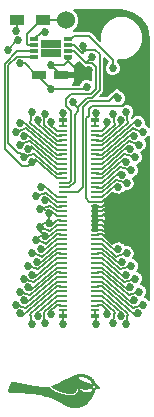
<source format=gbl>
G04 #@! TF.FileFunction,Copper,L2,Bot,Signal*
%FSLAX46Y46*%
G04 Gerber Fmt 4.6, Leading zero omitted, Abs format (unit mm)*
G04 Created by KiCad (PCBNEW (2015-11-03 BZR 6296)-product) date Tuesday, November 10, 2015 'PMt' 09:20:05 PM*
%MOMM*%
G01*
G04 APERTURE LIST*
%ADD10C,0.100000*%
%ADD11C,0.010000*%
%ADD12R,0.660000X0.230000*%
%ADD13R,0.660000X0.350000*%
%ADD14R,1.200000X0.750000*%
%ADD15R,0.750000X0.300000*%
%ADD16R,0.875000X0.725000*%
%ADD17R,1.200000X0.900000*%
%ADD18C,1.524000*%
%ADD19C,0.685800*%
%ADD20C,0.685801*%
%ADD21C,0.152400*%
G04 APERTURE END LIST*
D10*
D11*
G36*
X159720577Y-121195069D02*
X159688906Y-121195572D01*
X159661275Y-121196621D01*
X159636176Y-121198340D01*
X159612107Y-121200851D01*
X159587561Y-121204276D01*
X159561033Y-121208740D01*
X159539069Y-121212815D01*
X159480214Y-121225578D01*
X159419117Y-121241645D01*
X159358664Y-121260182D01*
X159301740Y-121280354D01*
X159290361Y-121284777D01*
X159247183Y-121301970D01*
X159204808Y-121319108D01*
X159162850Y-121336370D01*
X159120920Y-121353937D01*
X159078631Y-121371989D01*
X159035596Y-121390707D01*
X158991427Y-121410271D01*
X158945735Y-121430862D01*
X158898134Y-121452659D01*
X158848236Y-121475844D01*
X158795653Y-121500597D01*
X158739997Y-121527099D01*
X158680882Y-121555528D01*
X158617918Y-121586067D01*
X158550720Y-121618896D01*
X158478898Y-121654194D01*
X158402065Y-121692143D01*
X158319834Y-121732923D01*
X158231817Y-121776714D01*
X158209097Y-121788037D01*
X158130817Y-121826981D01*
X158058298Y-121862880D01*
X157991051Y-121895961D01*
X157928585Y-121926448D01*
X157870411Y-121954567D01*
X157816038Y-121980545D01*
X157764976Y-122004606D01*
X157716735Y-122026978D01*
X157670825Y-122047885D01*
X157626756Y-122067553D01*
X157584038Y-122086208D01*
X157542181Y-122104076D01*
X157500694Y-122121382D01*
X157459088Y-122138353D01*
X157416872Y-122155213D01*
X157383597Y-122168281D01*
X157360074Y-122177518D01*
X157338681Y-122186037D01*
X157320312Y-122193473D01*
X157305857Y-122199460D01*
X157296209Y-122203635D01*
X157292268Y-122205624D01*
X157292801Y-122209719D01*
X157298013Y-122217737D01*
X157307261Y-122228968D01*
X157319900Y-122242704D01*
X157335288Y-122258236D01*
X157352781Y-122274855D01*
X157365822Y-122286657D01*
X157433801Y-122342758D01*
X157508236Y-122396253D01*
X157589006Y-122447086D01*
X157675989Y-122495200D01*
X157769062Y-122540538D01*
X157868103Y-122583043D01*
X157972991Y-122622658D01*
X158083602Y-122659327D01*
X158199815Y-122692992D01*
X158286708Y-122715296D01*
X158387303Y-122738538D01*
X158482291Y-122757867D01*
X158571919Y-122773303D01*
X158656439Y-122784868D01*
X158736099Y-122792580D01*
X158811149Y-122796462D01*
X158881837Y-122796535D01*
X158948413Y-122792818D01*
X159011126Y-122785332D01*
X159048918Y-122778660D01*
X159109550Y-122763748D01*
X159164906Y-122744367D01*
X159214914Y-122720590D01*
X159259501Y-122692491D01*
X159298596Y-122660142D01*
X159332127Y-122623617D01*
X159360021Y-122582988D01*
X159382205Y-122538329D01*
X159398608Y-122489713D01*
X159409158Y-122437214D01*
X159412097Y-122410940D01*
X159412915Y-122399833D01*
X159413851Y-122391698D01*
X159415889Y-122385994D01*
X159420009Y-122382178D01*
X159427194Y-122379710D01*
X159438425Y-122378046D01*
X159454685Y-122376646D01*
X159476955Y-122374967D01*
X159477333Y-122374937D01*
X159504885Y-122372710D01*
X159526056Y-122370816D01*
X159541509Y-122369166D01*
X159551906Y-122367673D01*
X159557910Y-122366249D01*
X159560183Y-122364807D01*
X159560082Y-122363974D01*
X159562027Y-122362665D01*
X159568861Y-122362440D01*
X159578532Y-122363114D01*
X159588990Y-122364497D01*
X159598183Y-122366403D01*
X159602569Y-122367859D01*
X159608077Y-122369376D01*
X159619384Y-122371836D01*
X159635331Y-122375008D01*
X159654759Y-122378665D01*
X159676511Y-122382578D01*
X159681944Y-122383529D01*
X159763430Y-122397036D01*
X159840846Y-122408409D01*
X159916734Y-122417987D01*
X159993633Y-122426109D01*
X160017083Y-122428294D01*
X160039513Y-122429888D01*
X160066719Y-122431121D01*
X160097348Y-122431993D01*
X160130049Y-122432504D01*
X160163471Y-122432652D01*
X160196262Y-122432438D01*
X160227070Y-122431861D01*
X160254545Y-122430920D01*
X160277334Y-122429615D01*
X160290486Y-122428402D01*
X160363314Y-122418747D01*
X160434171Y-122406860D01*
X160504932Y-122392349D01*
X160577473Y-122374822D01*
X160653669Y-122353890D01*
X160669143Y-122349368D01*
X160691757Y-122342575D01*
X160708423Y-122337222D01*
X160720018Y-122332959D01*
X160727422Y-122329438D01*
X160731510Y-122326309D01*
X160732943Y-122323968D01*
X160733909Y-122318855D01*
X160735491Y-122307561D01*
X160737590Y-122290925D01*
X160740105Y-122269783D01*
X160742937Y-122244975D01*
X160745987Y-122217338D01*
X160749082Y-122188392D01*
X160752679Y-122154399D01*
X160755565Y-122126757D01*
X160757688Y-122104791D01*
X160758999Y-122087830D01*
X160759447Y-122075198D01*
X160758982Y-122066223D01*
X160757553Y-122060230D01*
X160755110Y-122056547D01*
X160751603Y-122054499D01*
X160746982Y-122053413D01*
X160741195Y-122052615D01*
X160738909Y-122052283D01*
X160727663Y-122050254D01*
X160710611Y-122046797D01*
X160688807Y-122042151D01*
X160663300Y-122036555D01*
X160635142Y-122030249D01*
X160605385Y-122023471D01*
X160575079Y-122016461D01*
X160545275Y-122009457D01*
X160517025Y-122002700D01*
X160491380Y-121996427D01*
X160472167Y-121991593D01*
X160369538Y-121964234D01*
X160273547Y-121936397D01*
X160183787Y-121907945D01*
X160099847Y-121878742D01*
X160021320Y-121848650D01*
X159947797Y-121817534D01*
X159935944Y-121812213D01*
X159865270Y-121777760D01*
X159793300Y-121738022D01*
X159721754Y-121694092D01*
X159652352Y-121647066D01*
X159586810Y-121598037D01*
X159542597Y-121561786D01*
X159524935Y-121546423D01*
X159506602Y-121530012D01*
X159488316Y-121513244D01*
X159470794Y-121496810D01*
X159454751Y-121481401D01*
X159440905Y-121467709D01*
X159429973Y-121456424D01*
X159422671Y-121448238D01*
X159419717Y-121443841D01*
X159419781Y-121443368D01*
X159425886Y-121440119D01*
X159437863Y-121435797D01*
X159454653Y-121430663D01*
X159475199Y-121424980D01*
X159498444Y-121419011D01*
X159523330Y-121413019D01*
X159548801Y-121407265D01*
X159573799Y-121402013D01*
X159597268Y-121397526D01*
X159618148Y-121394065D01*
X159618444Y-121394021D01*
X159673487Y-121387477D01*
X159727821Y-121384423D01*
X159782961Y-121384893D01*
X159840419Y-121388923D01*
X159901711Y-121396548D01*
X159931539Y-121401261D01*
X160024796Y-121419850D01*
X160114229Y-121443707D01*
X160199623Y-121472725D01*
X160280766Y-121506797D01*
X160357443Y-121545818D01*
X160429442Y-121589681D01*
X160496549Y-121638280D01*
X160558551Y-121691509D01*
X160602051Y-121734915D01*
X160644426Y-121783556D01*
X160682464Y-121834333D01*
X160715507Y-121886230D01*
X160742895Y-121938230D01*
X160760344Y-121979355D01*
X160765320Y-121991769D01*
X160769944Y-122001937D01*
X160773211Y-122007652D01*
X160776468Y-122010958D01*
X160784369Y-122018670D01*
X160796439Y-122030334D01*
X160812207Y-122045496D01*
X160831199Y-122063704D01*
X160852943Y-122084504D01*
X160876966Y-122107442D01*
X160902795Y-122132065D01*
X160921958Y-122150309D01*
X160948659Y-122175737D01*
X160973792Y-122199712D01*
X160996896Y-122221794D01*
X161017514Y-122241540D01*
X161035187Y-122258513D01*
X161049455Y-122272270D01*
X161059861Y-122282371D01*
X161065945Y-122288376D01*
X161067393Y-122289922D01*
X161064428Y-122291699D01*
X161055616Y-122296052D01*
X161041564Y-122302701D01*
X161022877Y-122311368D01*
X161000164Y-122321773D01*
X160974028Y-122333637D01*
X160945077Y-122346683D01*
X160913917Y-122360630D01*
X160906532Y-122363923D01*
X160744874Y-122435942D01*
X160728019Y-122496214D01*
X160719906Y-122524199D01*
X160710059Y-122556534D01*
X160699084Y-122591347D01*
X160687589Y-122626762D01*
X160676183Y-122660907D01*
X160665473Y-122691907D01*
X160656489Y-122716757D01*
X160651041Y-122730443D01*
X160646521Y-122738917D01*
X160641864Y-122743733D01*
X160636170Y-122746392D01*
X160628868Y-122747558D01*
X160615547Y-122748496D01*
X160597240Y-122749209D01*
X160574980Y-122749697D01*
X160549799Y-122749965D01*
X160522731Y-122750013D01*
X160494808Y-122749845D01*
X160467063Y-122749461D01*
X160440528Y-122748866D01*
X160416237Y-122748060D01*
X160395223Y-122747046D01*
X160378681Y-122745841D01*
X160215739Y-122728212D01*
X160115861Y-122714838D01*
X160073141Y-122708400D01*
X160036322Y-122702100D01*
X160004266Y-122695624D01*
X159975833Y-122688661D01*
X159949884Y-122680899D01*
X159925279Y-122672025D01*
X159900878Y-122661727D01*
X159875543Y-122649694D01*
X159872444Y-122648147D01*
X159816885Y-122616813D01*
X159762336Y-122579211D01*
X159709767Y-122536128D01*
X159660148Y-122488353D01*
X159619686Y-122443042D01*
X159601653Y-122421319D01*
X159599252Y-122446569D01*
X159592225Y-122493991D01*
X159580319Y-122543168D01*
X159564198Y-122592224D01*
X159544523Y-122639282D01*
X159521958Y-122682463D01*
X159508281Y-122704289D01*
X159470660Y-122754006D01*
X159427859Y-122799003D01*
X159379963Y-122839251D01*
X159327063Y-122874723D01*
X159269243Y-122905389D01*
X159206594Y-122931223D01*
X159139201Y-122952197D01*
X159067152Y-122968282D01*
X158990535Y-122979451D01*
X158909438Y-122985676D01*
X158823947Y-122986929D01*
X158734152Y-122983182D01*
X158655361Y-122976139D01*
X158582218Y-122966822D01*
X158504125Y-122954509D01*
X158422379Y-122939481D01*
X158338276Y-122922024D01*
X158253113Y-122902418D01*
X158168187Y-122880949D01*
X158084795Y-122857899D01*
X158008014Y-122834745D01*
X157910540Y-122802112D01*
X157816214Y-122766670D01*
X157725387Y-122728629D01*
X157638408Y-122688203D01*
X157555628Y-122645600D01*
X157477396Y-122601034D01*
X157404063Y-122554714D01*
X157335979Y-122506853D01*
X157273494Y-122457661D01*
X157216959Y-122407350D01*
X157166722Y-122356131D01*
X157123135Y-122304215D01*
X157118484Y-122298103D01*
X157108868Y-122285676D01*
X157102108Y-122278104D01*
X157097071Y-122274422D01*
X157092623Y-122273664D01*
X157090274Y-122274079D01*
X157070837Y-122278388D01*
X157045760Y-122283070D01*
X157016432Y-122287922D01*
X156984243Y-122292737D01*
X156950585Y-122297313D01*
X156916848Y-122301443D01*
X156884422Y-122304923D01*
X156873833Y-122305932D01*
X156842095Y-122308462D01*
X156810112Y-122310184D01*
X156777209Y-122311067D01*
X156742710Y-122311080D01*
X156705940Y-122310194D01*
X156666225Y-122308377D01*
X156622887Y-122305599D01*
X156575254Y-122301829D01*
X156522648Y-122297037D01*
X156464395Y-122291192D01*
X156402875Y-122284600D01*
X156313835Y-122274237D01*
X156218361Y-122262018D01*
X156116807Y-122248007D01*
X156009531Y-122232269D01*
X155896885Y-122214868D01*
X155779226Y-122195867D01*
X155656909Y-122175332D01*
X155530288Y-122153326D01*
X155399720Y-122129914D01*
X155265559Y-122105160D01*
X155128160Y-122079128D01*
X154987879Y-122051882D01*
X154845070Y-122023486D01*
X154700089Y-121994006D01*
X154553291Y-121963505D01*
X154405031Y-121932046D01*
X154255665Y-121899696D01*
X154168028Y-121880408D01*
X154123534Y-121870554D01*
X154085316Y-121862267D01*
X154052742Y-121855680D01*
X154025177Y-121850928D01*
X154001989Y-121848146D01*
X153982545Y-121847468D01*
X153966212Y-121849028D01*
X153952358Y-121852962D01*
X153940348Y-121859404D01*
X153929551Y-121868488D01*
X153919333Y-121880348D01*
X153909062Y-121895120D01*
X153898104Y-121912938D01*
X153885826Y-121933936D01*
X153881547Y-121941295D01*
X153844278Y-122007072D01*
X153809346Y-122072322D01*
X153777145Y-122136214D01*
X153748071Y-122197915D01*
X153722519Y-122256594D01*
X153700883Y-122311419D01*
X153687018Y-122350859D01*
X153671558Y-122403272D01*
X153660842Y-122452184D01*
X153654842Y-122497367D01*
X153653531Y-122538594D01*
X153656881Y-122575635D01*
X153664866Y-122608262D01*
X153677457Y-122636247D01*
X153694628Y-122659362D01*
X153716351Y-122677378D01*
X153726876Y-122683395D01*
X153737009Y-122688154D01*
X153748059Y-122692524D01*
X153760385Y-122696533D01*
X153774343Y-122700209D01*
X153790291Y-122703581D01*
X153808587Y-122706677D01*
X153829586Y-122709524D01*
X153853648Y-122712152D01*
X153881128Y-122714587D01*
X153912385Y-122716859D01*
X153947775Y-122718995D01*
X153987657Y-122721023D01*
X154032387Y-122722973D01*
X154082323Y-122724871D01*
X154137822Y-122726746D01*
X154199241Y-122728626D01*
X154266938Y-122730540D01*
X154341269Y-122732515D01*
X154355000Y-122732869D01*
X154477077Y-122736207D01*
X154592656Y-122739786D01*
X154702293Y-122743639D01*
X154806544Y-122747794D01*
X154905963Y-122752284D01*
X155001105Y-122757138D01*
X155092526Y-122762388D01*
X155180781Y-122768064D01*
X155266426Y-122774196D01*
X155350015Y-122780816D01*
X155432103Y-122787954D01*
X155513246Y-122795640D01*
X155540333Y-122798345D01*
X155669033Y-122812177D01*
X155793498Y-122827273D01*
X155914477Y-122843805D01*
X156032719Y-122861941D01*
X156148972Y-122881851D01*
X156263984Y-122903705D01*
X156378504Y-122927671D01*
X156493279Y-122953920D01*
X156609059Y-122982620D01*
X156726592Y-123013942D01*
X156846627Y-123048054D01*
X156969910Y-123085127D01*
X157097192Y-123125329D01*
X157229220Y-123168830D01*
X157334208Y-123204551D01*
X157384068Y-123222059D01*
X157431600Y-123239485D01*
X157477473Y-123257150D01*
X157522357Y-123275374D01*
X157566920Y-123294476D01*
X157611833Y-123314779D01*
X157657765Y-123336601D01*
X157705385Y-123360263D01*
X157755363Y-123386085D01*
X157808367Y-123414388D01*
X157865068Y-123445492D01*
X157926135Y-123479717D01*
X157992237Y-123517384D01*
X158013306Y-123529493D01*
X158071927Y-123563223D01*
X158124898Y-123593651D01*
X158172666Y-123621025D01*
X158215679Y-123645591D01*
X158254384Y-123667596D01*
X158289229Y-123687287D01*
X158320662Y-123704910D01*
X158349130Y-123720714D01*
X158375081Y-123734944D01*
X158398963Y-123747848D01*
X158421223Y-123759672D01*
X158442308Y-123770664D01*
X158462668Y-123781070D01*
X158482748Y-123791138D01*
X158502997Y-123801113D01*
X158523862Y-123811244D01*
X158525694Y-123812128D01*
X158593133Y-123843565D01*
X158656750Y-123870819D01*
X158717918Y-123894282D01*
X158778008Y-123914345D01*
X158838391Y-123931402D01*
X158900440Y-123945844D01*
X158965526Y-123958064D01*
X159035022Y-123968454D01*
X159099861Y-123976279D01*
X159140848Y-123980039D01*
X159186794Y-123982999D01*
X159235642Y-123985105D01*
X159285337Y-123986301D01*
X159333821Y-123986532D01*
X159379038Y-123985744D01*
X159408542Y-123984508D01*
X159488088Y-123977865D01*
X159568544Y-123966743D01*
X159648722Y-123951443D01*
X159727433Y-123932263D01*
X159803489Y-123909501D01*
X159875702Y-123883456D01*
X159942884Y-123854427D01*
X159960992Y-123845625D01*
X160041972Y-123801372D01*
X160121194Y-123750408D01*
X160198518Y-123692893D01*
X160273805Y-123628983D01*
X160346914Y-123558836D01*
X160417705Y-123482610D01*
X160486040Y-123400463D01*
X160551777Y-123312552D01*
X160614778Y-123219036D01*
X160674903Y-123120070D01*
X160732011Y-123015814D01*
X160777103Y-122925201D01*
X160795441Y-122885287D01*
X160813063Y-122843922D01*
X160830474Y-122799814D01*
X160848181Y-122751672D01*
X160866690Y-122698204D01*
X160871035Y-122685250D01*
X160878704Y-122661804D01*
X160886807Y-122636214D01*
X160894992Y-122609673D01*
X160902907Y-122583373D01*
X160910199Y-122558508D01*
X160916515Y-122536269D01*
X160921504Y-122517848D01*
X160924813Y-122504440D01*
X160925622Y-122500558D01*
X160927791Y-122488996D01*
X161132405Y-122406428D01*
X161168385Y-122391883D01*
X161202393Y-122378085D01*
X161233868Y-122365266D01*
X161262252Y-122353654D01*
X161286986Y-122343480D01*
X161307510Y-122334974D01*
X161323266Y-122328367D01*
X161333693Y-122323889D01*
X161338232Y-122321769D01*
X161338381Y-122321656D01*
X161336040Y-122319006D01*
X161328838Y-122312050D01*
X161317188Y-122301163D01*
X161301505Y-122286724D01*
X161282203Y-122269108D01*
X161259696Y-122248694D01*
X161234399Y-122225859D01*
X161206726Y-122200979D01*
X161177091Y-122174432D01*
X161151714Y-122151769D01*
X161115698Y-122119640D01*
X161084584Y-122091846D01*
X161058002Y-122068033D01*
X161035585Y-122047848D01*
X161016962Y-122030935D01*
X161001765Y-122016942D01*
X160989624Y-122005513D01*
X160980170Y-121996294D01*
X160973035Y-121988931D01*
X160967848Y-121983071D01*
X160964241Y-121978358D01*
X160961844Y-121974439D01*
X160960288Y-121970959D01*
X160959205Y-121967565D01*
X160959021Y-121966897D01*
X160952612Y-121946348D01*
X160943510Y-121921398D01*
X160932440Y-121893816D01*
X160920126Y-121865375D01*
X160907295Y-121837843D01*
X160900700Y-121824554D01*
X160868251Y-121766345D01*
X160831023Y-121710220D01*
X160788334Y-121655249D01*
X160739501Y-121600502D01*
X160726358Y-121586849D01*
X160670849Y-121533310D01*
X160613569Y-121484827D01*
X160553315Y-121440531D01*
X160488883Y-121399557D01*
X160419069Y-121361037D01*
X160398083Y-121350420D01*
X160330029Y-121318548D01*
X160262015Y-121290713D01*
X160192813Y-121266541D01*
X160121193Y-121245659D01*
X160045928Y-121227692D01*
X159965788Y-121212268D01*
X159919320Y-121204752D01*
X159899484Y-121201832D01*
X159882156Y-121199566D01*
X159865939Y-121197870D01*
X159849438Y-121196659D01*
X159831258Y-121195848D01*
X159810002Y-121195355D01*
X159784276Y-121195094D01*
X159757792Y-121194991D01*
X159720577Y-121195069D01*
X159720577Y-121195069D01*
G37*
X159720577Y-121195069D02*
X159688906Y-121195572D01*
X159661275Y-121196621D01*
X159636176Y-121198340D01*
X159612107Y-121200851D01*
X159587561Y-121204276D01*
X159561033Y-121208740D01*
X159539069Y-121212815D01*
X159480214Y-121225578D01*
X159419117Y-121241645D01*
X159358664Y-121260182D01*
X159301740Y-121280354D01*
X159290361Y-121284777D01*
X159247183Y-121301970D01*
X159204808Y-121319108D01*
X159162850Y-121336370D01*
X159120920Y-121353937D01*
X159078631Y-121371989D01*
X159035596Y-121390707D01*
X158991427Y-121410271D01*
X158945735Y-121430862D01*
X158898134Y-121452659D01*
X158848236Y-121475844D01*
X158795653Y-121500597D01*
X158739997Y-121527099D01*
X158680882Y-121555528D01*
X158617918Y-121586067D01*
X158550720Y-121618896D01*
X158478898Y-121654194D01*
X158402065Y-121692143D01*
X158319834Y-121732923D01*
X158231817Y-121776714D01*
X158209097Y-121788037D01*
X158130817Y-121826981D01*
X158058298Y-121862880D01*
X157991051Y-121895961D01*
X157928585Y-121926448D01*
X157870411Y-121954567D01*
X157816038Y-121980545D01*
X157764976Y-122004606D01*
X157716735Y-122026978D01*
X157670825Y-122047885D01*
X157626756Y-122067553D01*
X157584038Y-122086208D01*
X157542181Y-122104076D01*
X157500694Y-122121382D01*
X157459088Y-122138353D01*
X157416872Y-122155213D01*
X157383597Y-122168281D01*
X157360074Y-122177518D01*
X157338681Y-122186037D01*
X157320312Y-122193473D01*
X157305857Y-122199460D01*
X157296209Y-122203635D01*
X157292268Y-122205624D01*
X157292801Y-122209719D01*
X157298013Y-122217737D01*
X157307261Y-122228968D01*
X157319900Y-122242704D01*
X157335288Y-122258236D01*
X157352781Y-122274855D01*
X157365822Y-122286657D01*
X157433801Y-122342758D01*
X157508236Y-122396253D01*
X157589006Y-122447086D01*
X157675989Y-122495200D01*
X157769062Y-122540538D01*
X157868103Y-122583043D01*
X157972991Y-122622658D01*
X158083602Y-122659327D01*
X158199815Y-122692992D01*
X158286708Y-122715296D01*
X158387303Y-122738538D01*
X158482291Y-122757867D01*
X158571919Y-122773303D01*
X158656439Y-122784868D01*
X158736099Y-122792580D01*
X158811149Y-122796462D01*
X158881837Y-122796535D01*
X158948413Y-122792818D01*
X159011126Y-122785332D01*
X159048918Y-122778660D01*
X159109550Y-122763748D01*
X159164906Y-122744367D01*
X159214914Y-122720590D01*
X159259501Y-122692491D01*
X159298596Y-122660142D01*
X159332127Y-122623617D01*
X159360021Y-122582988D01*
X159382205Y-122538329D01*
X159398608Y-122489713D01*
X159409158Y-122437214D01*
X159412097Y-122410940D01*
X159412915Y-122399833D01*
X159413851Y-122391698D01*
X159415889Y-122385994D01*
X159420009Y-122382178D01*
X159427194Y-122379710D01*
X159438425Y-122378046D01*
X159454685Y-122376646D01*
X159476955Y-122374967D01*
X159477333Y-122374937D01*
X159504885Y-122372710D01*
X159526056Y-122370816D01*
X159541509Y-122369166D01*
X159551906Y-122367673D01*
X159557910Y-122366249D01*
X159560183Y-122364807D01*
X159560082Y-122363974D01*
X159562027Y-122362665D01*
X159568861Y-122362440D01*
X159578532Y-122363114D01*
X159588990Y-122364497D01*
X159598183Y-122366403D01*
X159602569Y-122367859D01*
X159608077Y-122369376D01*
X159619384Y-122371836D01*
X159635331Y-122375008D01*
X159654759Y-122378665D01*
X159676511Y-122382578D01*
X159681944Y-122383529D01*
X159763430Y-122397036D01*
X159840846Y-122408409D01*
X159916734Y-122417987D01*
X159993633Y-122426109D01*
X160017083Y-122428294D01*
X160039513Y-122429888D01*
X160066719Y-122431121D01*
X160097348Y-122431993D01*
X160130049Y-122432504D01*
X160163471Y-122432652D01*
X160196262Y-122432438D01*
X160227070Y-122431861D01*
X160254545Y-122430920D01*
X160277334Y-122429615D01*
X160290486Y-122428402D01*
X160363314Y-122418747D01*
X160434171Y-122406860D01*
X160504932Y-122392349D01*
X160577473Y-122374822D01*
X160653669Y-122353890D01*
X160669143Y-122349368D01*
X160691757Y-122342575D01*
X160708423Y-122337222D01*
X160720018Y-122332959D01*
X160727422Y-122329438D01*
X160731510Y-122326309D01*
X160732943Y-122323968D01*
X160733909Y-122318855D01*
X160735491Y-122307561D01*
X160737590Y-122290925D01*
X160740105Y-122269783D01*
X160742937Y-122244975D01*
X160745987Y-122217338D01*
X160749082Y-122188392D01*
X160752679Y-122154399D01*
X160755565Y-122126757D01*
X160757688Y-122104791D01*
X160758999Y-122087830D01*
X160759447Y-122075198D01*
X160758982Y-122066223D01*
X160757553Y-122060230D01*
X160755110Y-122056547D01*
X160751603Y-122054499D01*
X160746982Y-122053413D01*
X160741195Y-122052615D01*
X160738909Y-122052283D01*
X160727663Y-122050254D01*
X160710611Y-122046797D01*
X160688807Y-122042151D01*
X160663300Y-122036555D01*
X160635142Y-122030249D01*
X160605385Y-122023471D01*
X160575079Y-122016461D01*
X160545275Y-122009457D01*
X160517025Y-122002700D01*
X160491380Y-121996427D01*
X160472167Y-121991593D01*
X160369538Y-121964234D01*
X160273547Y-121936397D01*
X160183787Y-121907945D01*
X160099847Y-121878742D01*
X160021320Y-121848650D01*
X159947797Y-121817534D01*
X159935944Y-121812213D01*
X159865270Y-121777760D01*
X159793300Y-121738022D01*
X159721754Y-121694092D01*
X159652352Y-121647066D01*
X159586810Y-121598037D01*
X159542597Y-121561786D01*
X159524935Y-121546423D01*
X159506602Y-121530012D01*
X159488316Y-121513244D01*
X159470794Y-121496810D01*
X159454751Y-121481401D01*
X159440905Y-121467709D01*
X159429973Y-121456424D01*
X159422671Y-121448238D01*
X159419717Y-121443841D01*
X159419781Y-121443368D01*
X159425886Y-121440119D01*
X159437863Y-121435797D01*
X159454653Y-121430663D01*
X159475199Y-121424980D01*
X159498444Y-121419011D01*
X159523330Y-121413019D01*
X159548801Y-121407265D01*
X159573799Y-121402013D01*
X159597268Y-121397526D01*
X159618148Y-121394065D01*
X159618444Y-121394021D01*
X159673487Y-121387477D01*
X159727821Y-121384423D01*
X159782961Y-121384893D01*
X159840419Y-121388923D01*
X159901711Y-121396548D01*
X159931539Y-121401261D01*
X160024796Y-121419850D01*
X160114229Y-121443707D01*
X160199623Y-121472725D01*
X160280766Y-121506797D01*
X160357443Y-121545818D01*
X160429442Y-121589681D01*
X160496549Y-121638280D01*
X160558551Y-121691509D01*
X160602051Y-121734915D01*
X160644426Y-121783556D01*
X160682464Y-121834333D01*
X160715507Y-121886230D01*
X160742895Y-121938230D01*
X160760344Y-121979355D01*
X160765320Y-121991769D01*
X160769944Y-122001937D01*
X160773211Y-122007652D01*
X160776468Y-122010958D01*
X160784369Y-122018670D01*
X160796439Y-122030334D01*
X160812207Y-122045496D01*
X160831199Y-122063704D01*
X160852943Y-122084504D01*
X160876966Y-122107442D01*
X160902795Y-122132065D01*
X160921958Y-122150309D01*
X160948659Y-122175737D01*
X160973792Y-122199712D01*
X160996896Y-122221794D01*
X161017514Y-122241540D01*
X161035187Y-122258513D01*
X161049455Y-122272270D01*
X161059861Y-122282371D01*
X161065945Y-122288376D01*
X161067393Y-122289922D01*
X161064428Y-122291699D01*
X161055616Y-122296052D01*
X161041564Y-122302701D01*
X161022877Y-122311368D01*
X161000164Y-122321773D01*
X160974028Y-122333637D01*
X160945077Y-122346683D01*
X160913917Y-122360630D01*
X160906532Y-122363923D01*
X160744874Y-122435942D01*
X160728019Y-122496214D01*
X160719906Y-122524199D01*
X160710059Y-122556534D01*
X160699084Y-122591347D01*
X160687589Y-122626762D01*
X160676183Y-122660907D01*
X160665473Y-122691907D01*
X160656489Y-122716757D01*
X160651041Y-122730443D01*
X160646521Y-122738917D01*
X160641864Y-122743733D01*
X160636170Y-122746392D01*
X160628868Y-122747558D01*
X160615547Y-122748496D01*
X160597240Y-122749209D01*
X160574980Y-122749697D01*
X160549799Y-122749965D01*
X160522731Y-122750013D01*
X160494808Y-122749845D01*
X160467063Y-122749461D01*
X160440528Y-122748866D01*
X160416237Y-122748060D01*
X160395223Y-122747046D01*
X160378681Y-122745841D01*
X160215739Y-122728212D01*
X160115861Y-122714838D01*
X160073141Y-122708400D01*
X160036322Y-122702100D01*
X160004266Y-122695624D01*
X159975833Y-122688661D01*
X159949884Y-122680899D01*
X159925279Y-122672025D01*
X159900878Y-122661727D01*
X159875543Y-122649694D01*
X159872444Y-122648147D01*
X159816885Y-122616813D01*
X159762336Y-122579211D01*
X159709767Y-122536128D01*
X159660148Y-122488353D01*
X159619686Y-122443042D01*
X159601653Y-122421319D01*
X159599252Y-122446569D01*
X159592225Y-122493991D01*
X159580319Y-122543168D01*
X159564198Y-122592224D01*
X159544523Y-122639282D01*
X159521958Y-122682463D01*
X159508281Y-122704289D01*
X159470660Y-122754006D01*
X159427859Y-122799003D01*
X159379963Y-122839251D01*
X159327063Y-122874723D01*
X159269243Y-122905389D01*
X159206594Y-122931223D01*
X159139201Y-122952197D01*
X159067152Y-122968282D01*
X158990535Y-122979451D01*
X158909438Y-122985676D01*
X158823947Y-122986929D01*
X158734152Y-122983182D01*
X158655361Y-122976139D01*
X158582218Y-122966822D01*
X158504125Y-122954509D01*
X158422379Y-122939481D01*
X158338276Y-122922024D01*
X158253113Y-122902418D01*
X158168187Y-122880949D01*
X158084795Y-122857899D01*
X158008014Y-122834745D01*
X157910540Y-122802112D01*
X157816214Y-122766670D01*
X157725387Y-122728629D01*
X157638408Y-122688203D01*
X157555628Y-122645600D01*
X157477396Y-122601034D01*
X157404063Y-122554714D01*
X157335979Y-122506853D01*
X157273494Y-122457661D01*
X157216959Y-122407350D01*
X157166722Y-122356131D01*
X157123135Y-122304215D01*
X157118484Y-122298103D01*
X157108868Y-122285676D01*
X157102108Y-122278104D01*
X157097071Y-122274422D01*
X157092623Y-122273664D01*
X157090274Y-122274079D01*
X157070837Y-122278388D01*
X157045760Y-122283070D01*
X157016432Y-122287922D01*
X156984243Y-122292737D01*
X156950585Y-122297313D01*
X156916848Y-122301443D01*
X156884422Y-122304923D01*
X156873833Y-122305932D01*
X156842095Y-122308462D01*
X156810112Y-122310184D01*
X156777209Y-122311067D01*
X156742710Y-122311080D01*
X156705940Y-122310194D01*
X156666225Y-122308377D01*
X156622887Y-122305599D01*
X156575254Y-122301829D01*
X156522648Y-122297037D01*
X156464395Y-122291192D01*
X156402875Y-122284600D01*
X156313835Y-122274237D01*
X156218361Y-122262018D01*
X156116807Y-122248007D01*
X156009531Y-122232269D01*
X155896885Y-122214868D01*
X155779226Y-122195867D01*
X155656909Y-122175332D01*
X155530288Y-122153326D01*
X155399720Y-122129914D01*
X155265559Y-122105160D01*
X155128160Y-122079128D01*
X154987879Y-122051882D01*
X154845070Y-122023486D01*
X154700089Y-121994006D01*
X154553291Y-121963505D01*
X154405031Y-121932046D01*
X154255665Y-121899696D01*
X154168028Y-121880408D01*
X154123534Y-121870554D01*
X154085316Y-121862267D01*
X154052742Y-121855680D01*
X154025177Y-121850928D01*
X154001989Y-121848146D01*
X153982545Y-121847468D01*
X153966212Y-121849028D01*
X153952358Y-121852962D01*
X153940348Y-121859404D01*
X153929551Y-121868488D01*
X153919333Y-121880348D01*
X153909062Y-121895120D01*
X153898104Y-121912938D01*
X153885826Y-121933936D01*
X153881547Y-121941295D01*
X153844278Y-122007072D01*
X153809346Y-122072322D01*
X153777145Y-122136214D01*
X153748071Y-122197915D01*
X153722519Y-122256594D01*
X153700883Y-122311419D01*
X153687018Y-122350859D01*
X153671558Y-122403272D01*
X153660842Y-122452184D01*
X153654842Y-122497367D01*
X153653531Y-122538594D01*
X153656881Y-122575635D01*
X153664866Y-122608262D01*
X153677457Y-122636247D01*
X153694628Y-122659362D01*
X153716351Y-122677378D01*
X153726876Y-122683395D01*
X153737009Y-122688154D01*
X153748059Y-122692524D01*
X153760385Y-122696533D01*
X153774343Y-122700209D01*
X153790291Y-122703581D01*
X153808587Y-122706677D01*
X153829586Y-122709524D01*
X153853648Y-122712152D01*
X153881128Y-122714587D01*
X153912385Y-122716859D01*
X153947775Y-122718995D01*
X153987657Y-122721023D01*
X154032387Y-122722973D01*
X154082323Y-122724871D01*
X154137822Y-122726746D01*
X154199241Y-122728626D01*
X154266938Y-122730540D01*
X154341269Y-122732515D01*
X154355000Y-122732869D01*
X154477077Y-122736207D01*
X154592656Y-122739786D01*
X154702293Y-122743639D01*
X154806544Y-122747794D01*
X154905963Y-122752284D01*
X155001105Y-122757138D01*
X155092526Y-122762388D01*
X155180781Y-122768064D01*
X155266426Y-122774196D01*
X155350015Y-122780816D01*
X155432103Y-122787954D01*
X155513246Y-122795640D01*
X155540333Y-122798345D01*
X155669033Y-122812177D01*
X155793498Y-122827273D01*
X155914477Y-122843805D01*
X156032719Y-122861941D01*
X156148972Y-122881851D01*
X156263984Y-122903705D01*
X156378504Y-122927671D01*
X156493279Y-122953920D01*
X156609059Y-122982620D01*
X156726592Y-123013942D01*
X156846627Y-123048054D01*
X156969910Y-123085127D01*
X157097192Y-123125329D01*
X157229220Y-123168830D01*
X157334208Y-123204551D01*
X157384068Y-123222059D01*
X157431600Y-123239485D01*
X157477473Y-123257150D01*
X157522357Y-123275374D01*
X157566920Y-123294476D01*
X157611833Y-123314779D01*
X157657765Y-123336601D01*
X157705385Y-123360263D01*
X157755363Y-123386085D01*
X157808367Y-123414388D01*
X157865068Y-123445492D01*
X157926135Y-123479717D01*
X157992237Y-123517384D01*
X158013306Y-123529493D01*
X158071927Y-123563223D01*
X158124898Y-123593651D01*
X158172666Y-123621025D01*
X158215679Y-123645591D01*
X158254384Y-123667596D01*
X158289229Y-123687287D01*
X158320662Y-123704910D01*
X158349130Y-123720714D01*
X158375081Y-123734944D01*
X158398963Y-123747848D01*
X158421223Y-123759672D01*
X158442308Y-123770664D01*
X158462668Y-123781070D01*
X158482748Y-123791138D01*
X158502997Y-123801113D01*
X158523862Y-123811244D01*
X158525694Y-123812128D01*
X158593133Y-123843565D01*
X158656750Y-123870819D01*
X158717918Y-123894282D01*
X158778008Y-123914345D01*
X158838391Y-123931402D01*
X158900440Y-123945844D01*
X158965526Y-123958064D01*
X159035022Y-123968454D01*
X159099861Y-123976279D01*
X159140848Y-123980039D01*
X159186794Y-123982999D01*
X159235642Y-123985105D01*
X159285337Y-123986301D01*
X159333821Y-123986532D01*
X159379038Y-123985744D01*
X159408542Y-123984508D01*
X159488088Y-123977865D01*
X159568544Y-123966743D01*
X159648722Y-123951443D01*
X159727433Y-123932263D01*
X159803489Y-123909501D01*
X159875702Y-123883456D01*
X159942884Y-123854427D01*
X159960992Y-123845625D01*
X160041972Y-123801372D01*
X160121194Y-123750408D01*
X160198518Y-123692893D01*
X160273805Y-123628983D01*
X160346914Y-123558836D01*
X160417705Y-123482610D01*
X160486040Y-123400463D01*
X160551777Y-123312552D01*
X160614778Y-123219036D01*
X160674903Y-123120070D01*
X160732011Y-123015814D01*
X160777103Y-122925201D01*
X160795441Y-122885287D01*
X160813063Y-122843922D01*
X160830474Y-122799814D01*
X160848181Y-122751672D01*
X160866690Y-122698204D01*
X160871035Y-122685250D01*
X160878704Y-122661804D01*
X160886807Y-122636214D01*
X160894992Y-122609673D01*
X160902907Y-122583373D01*
X160910199Y-122558508D01*
X160916515Y-122536269D01*
X160921504Y-122517848D01*
X160924813Y-122504440D01*
X160925622Y-122500558D01*
X160927791Y-122488996D01*
X161132405Y-122406428D01*
X161168385Y-122391883D01*
X161202393Y-122378085D01*
X161233868Y-122365266D01*
X161262252Y-122353654D01*
X161286986Y-122343480D01*
X161307510Y-122334974D01*
X161323266Y-122328367D01*
X161333693Y-122323889D01*
X161338232Y-122321769D01*
X161338381Y-122321656D01*
X161336040Y-122319006D01*
X161328838Y-122312050D01*
X161317188Y-122301163D01*
X161301505Y-122286724D01*
X161282203Y-122269108D01*
X161259696Y-122248694D01*
X161234399Y-122225859D01*
X161206726Y-122200979D01*
X161177091Y-122174432D01*
X161151714Y-122151769D01*
X161115698Y-122119640D01*
X161084584Y-122091846D01*
X161058002Y-122068033D01*
X161035585Y-122047848D01*
X161016962Y-122030935D01*
X161001765Y-122016942D01*
X160989624Y-122005513D01*
X160980170Y-121996294D01*
X160973035Y-121988931D01*
X160967848Y-121983071D01*
X160964241Y-121978358D01*
X160961844Y-121974439D01*
X160960288Y-121970959D01*
X160959205Y-121967565D01*
X160959021Y-121966897D01*
X160952612Y-121946348D01*
X160943510Y-121921398D01*
X160932440Y-121893816D01*
X160920126Y-121865375D01*
X160907295Y-121837843D01*
X160900700Y-121824554D01*
X160868251Y-121766345D01*
X160831023Y-121710220D01*
X160788334Y-121655249D01*
X160739501Y-121600502D01*
X160726358Y-121586849D01*
X160670849Y-121533310D01*
X160613569Y-121484827D01*
X160553315Y-121440531D01*
X160488883Y-121399557D01*
X160419069Y-121361037D01*
X160398083Y-121350420D01*
X160330029Y-121318548D01*
X160262015Y-121290713D01*
X160192813Y-121266541D01*
X160121193Y-121245659D01*
X160045928Y-121227692D01*
X159965788Y-121212268D01*
X159919320Y-121204752D01*
X159899484Y-121201832D01*
X159882156Y-121199566D01*
X159865939Y-121197870D01*
X159849438Y-121196659D01*
X159831258Y-121195848D01*
X159810002Y-121195355D01*
X159784276Y-121195094D01*
X159757792Y-121194991D01*
X159720577Y-121195069D01*
D12*
X161005000Y-115800000D03*
X158295000Y-115800000D03*
X161005000Y-100200000D03*
X158295000Y-100200000D03*
X161005000Y-115400000D03*
X161005000Y-115000000D03*
X161005000Y-114600000D03*
X161005000Y-114200000D03*
X161005000Y-113800000D03*
X161005000Y-113400000D03*
X161005000Y-113000000D03*
X161005000Y-112600000D03*
X161005000Y-112200000D03*
X161005000Y-111800000D03*
X161005000Y-111400000D03*
X161005000Y-111000000D03*
X161005000Y-110600000D03*
X161005000Y-110200000D03*
X161005000Y-109800000D03*
X161005000Y-109400000D03*
X161005000Y-109000000D03*
X161005000Y-108600000D03*
X161005000Y-108200000D03*
X161005000Y-107800000D03*
X161005000Y-107400000D03*
X161005000Y-107000000D03*
X161005000Y-106600000D03*
X161005000Y-106200000D03*
X161005000Y-105800000D03*
X161005000Y-105400000D03*
X161005000Y-105000000D03*
X161005000Y-104600000D03*
X161005000Y-104200000D03*
X161005000Y-103800000D03*
X161005000Y-103400000D03*
X161005000Y-103000000D03*
X161005000Y-102600000D03*
X161005000Y-102200000D03*
X161005000Y-101800000D03*
X161005000Y-101400000D03*
X161005000Y-101000000D03*
X161005000Y-100600000D03*
D13*
X161005000Y-99725000D03*
X158295000Y-99725000D03*
X161005000Y-116275000D03*
X158295000Y-116275000D03*
D12*
X158295000Y-100600000D03*
X158295000Y-101000000D03*
X158295000Y-101400000D03*
X158295000Y-101800000D03*
X158295000Y-102200000D03*
X158295000Y-102600000D03*
X158295000Y-103000000D03*
X158295000Y-103400000D03*
X158295000Y-103800000D03*
X158295000Y-104200000D03*
X158295000Y-104600000D03*
X158295000Y-105000000D03*
X158295000Y-105400000D03*
X158295000Y-105800000D03*
X158295000Y-106200000D03*
X158295000Y-106600000D03*
X158295000Y-107000000D03*
X158295000Y-107400000D03*
X158295000Y-107800000D03*
X158295000Y-108200000D03*
X158295000Y-108600000D03*
X158295000Y-109000000D03*
X158295000Y-109400000D03*
X158295000Y-109800000D03*
X158295000Y-110200000D03*
X158295000Y-110600000D03*
X158295000Y-111000000D03*
X158295000Y-111400000D03*
X158295000Y-111800000D03*
X158295000Y-112200000D03*
X158295000Y-112600000D03*
X158295000Y-113000000D03*
X158295000Y-113400000D03*
X158295000Y-113800000D03*
X158295000Y-114200000D03*
X158295000Y-114600000D03*
X158295000Y-115000000D03*
X158295000Y-115400000D03*
D14*
X156250000Y-95900000D03*
X158150000Y-95900000D03*
D15*
X158712500Y-92862500D03*
X158712500Y-93362500D03*
X158712500Y-93862500D03*
X158712500Y-94362500D03*
X155812500Y-94362500D03*
X155812500Y-93862500D03*
X155812500Y-93362500D03*
X155812500Y-92862500D03*
D16*
X156825000Y-93975000D03*
X156825000Y-93250000D03*
X157700000Y-93975000D03*
X157700000Y-93250000D03*
D17*
X156550000Y-91200000D03*
X154350000Y-91200000D03*
D18*
X158550000Y-91250000D03*
D19*
X162950000Y-97849974D03*
X162500000Y-95300000D03*
D20*
X163335170Y-106128721D03*
X162579214Y-106491109D03*
X162993938Y-107218712D03*
X162237982Y-107581100D03*
X162237982Y-108419301D03*
X162993938Y-108781689D03*
X162579214Y-109509292D03*
X163335170Y-109871680D03*
D19*
X164264956Y-95352566D03*
X160500000Y-95450000D03*
X157300000Y-95000000D03*
X159100000Y-98150000D03*
X159950000Y-93400000D03*
X154500000Y-92950000D03*
X153600000Y-93750000D03*
X154325068Y-92130246D03*
X160303087Y-96914049D03*
X157300000Y-97100000D03*
X156750000Y-92200000D03*
X154650000Y-94900000D03*
D20*
X156380187Y-105401118D03*
D19*
X160729126Y-94320874D03*
D20*
X154941767Y-102858749D03*
X155697723Y-103221137D03*
X161045015Y-116945501D03*
X158255617Y-116945501D03*
X161045015Y-99054899D03*
X158255617Y-99054899D03*
X158255617Y-99054899D03*
X162035617Y-116147324D03*
X162511810Y-116834445D03*
X163166374Y-116308281D03*
X163642567Y-116995401D03*
X164626605Y-116049236D03*
X165041329Y-115321633D03*
X164285373Y-114959245D03*
X164700097Y-114231642D03*
X163944142Y-113869254D03*
X164358866Y-113141651D03*
X163602910Y-112779264D03*
X164017634Y-112051661D03*
X163261678Y-111689273D03*
X163676402Y-110961670D03*
X162920446Y-110599282D03*
X162920446Y-105401118D03*
X163676402Y-105038731D03*
X163261678Y-104311128D03*
X164017634Y-103948740D03*
X163602910Y-103221137D03*
X164358866Y-102858749D03*
X163944142Y-102131146D03*
X164700097Y-101768759D03*
X164285373Y-101041156D03*
X165041329Y-100678768D03*
X164626605Y-99951165D03*
X163642567Y-99005000D03*
X163166374Y-99692120D03*
X162511810Y-99165956D03*
X162035617Y-99853076D03*
X157265015Y-99853076D03*
X156788823Y-99165956D03*
X156134258Y-99692120D03*
X155658066Y-99005000D03*
X154674027Y-99951165D03*
X154259303Y-100678768D03*
X155015259Y-101041156D03*
X154600535Y-101768759D03*
X155356491Y-102131146D03*
X155965462Y-106128721D03*
X156721418Y-106491109D03*
X156306694Y-107218712D03*
X157062650Y-107581100D03*
X157062650Y-108419301D03*
X156306694Y-108781689D03*
X156721418Y-109509292D03*
X155965462Y-109871680D03*
X156380187Y-110599282D03*
X155624231Y-110961670D03*
X156038955Y-111689273D03*
X155282999Y-112051661D03*
X155697723Y-112779264D03*
X154941767Y-113141651D03*
X155356491Y-113869254D03*
X154600535Y-114231642D03*
X155015259Y-114959245D03*
X154259303Y-115321633D03*
X154674027Y-116049236D03*
X155658066Y-116995401D03*
X156134258Y-116308281D03*
X156788823Y-116834445D03*
X157265015Y-116147324D03*
D21*
X162154815Y-98095191D02*
X162850000Y-97400006D01*
X162850000Y-97400006D02*
X162850000Y-97749974D01*
X162850000Y-97749974D02*
X162950000Y-97849974D01*
X159945189Y-105385878D02*
X159945189Y-98623744D01*
X160473743Y-98095191D02*
X162154815Y-98095191D01*
X159531067Y-105800000D02*
X159945189Y-105385878D01*
X159945189Y-98623744D02*
X160473743Y-98095191D01*
X158295000Y-105800000D02*
X159531067Y-105800000D01*
X162500000Y-94815067D02*
X162500000Y-95300000D01*
X159239900Y-92560100D02*
X160445033Y-92560100D01*
X158937500Y-92862500D02*
X159239900Y-92560100D01*
X160445033Y-92560100D02*
X162500000Y-94615067D01*
X158712500Y-92862500D02*
X158937500Y-92862500D01*
X162500000Y-94615067D02*
X162500000Y-94815067D01*
X160522600Y-106600000D02*
X160250000Y-106327400D01*
X161005000Y-106600000D02*
X160522600Y-106600000D01*
X160250000Y-99550000D02*
X160473514Y-99326486D01*
X160473514Y-99326486D02*
X160473514Y-98780578D01*
X160770694Y-98483398D02*
X163362426Y-98483398D01*
X163362426Y-98483398D02*
X164200000Y-97645824D01*
X164200000Y-97645824D02*
X164200000Y-97400000D01*
X160250000Y-106327400D02*
X160250000Y-99550000D01*
X160473514Y-98780578D02*
X160770694Y-98483398D01*
X161190316Y-106624000D02*
X161540316Y-106624000D01*
X161540316Y-106624000D02*
X162460992Y-105841578D01*
X162460992Y-105841578D02*
X162749830Y-105946114D01*
X162749830Y-105946114D02*
X163335170Y-106128721D01*
X161190316Y-107024000D02*
X161540316Y-107024000D01*
X161540316Y-107024000D02*
X162406505Y-106287883D01*
X162406505Y-106287883D02*
X162579214Y-106491109D01*
X161190316Y-107424000D02*
X161540316Y-107424000D01*
X161540316Y-107424000D02*
X162119760Y-106931569D01*
X162119760Y-106931569D02*
X162408598Y-107036104D01*
X162408598Y-107036104D02*
X162993938Y-107218712D01*
X161190316Y-107824000D02*
X161540316Y-107824000D01*
X161540316Y-107824000D02*
X162065274Y-107377873D01*
X162065274Y-107377873D02*
X162237982Y-107581100D01*
X161190316Y-108176401D02*
X161540316Y-108176401D01*
X161540316Y-108176401D02*
X162065274Y-108622527D01*
X162065274Y-108622527D02*
X162237982Y-108419301D01*
X161190316Y-108576401D02*
X161540316Y-108576401D01*
X161540316Y-108576401D02*
X162119760Y-109068832D01*
X162119760Y-109068832D02*
X162408598Y-108964297D01*
X162408598Y-108964297D02*
X162993938Y-108781689D01*
X161190316Y-108976401D02*
X161540316Y-108976401D01*
X161540316Y-108976401D02*
X162406505Y-109712518D01*
X162406505Y-109712518D02*
X162579214Y-109509292D01*
X161190316Y-109376401D02*
X161540316Y-109376401D01*
X161540316Y-109376401D02*
X162460992Y-110158823D01*
X162460992Y-110158823D02*
X162749830Y-110054287D01*
X162749830Y-110054287D02*
X163335170Y-109871680D01*
X163750000Y-95382589D02*
X163780023Y-95352566D01*
X163780023Y-95352566D02*
X164264956Y-95352566D01*
X163750000Y-95450000D02*
X163750000Y-95382589D01*
X160500000Y-95450000D02*
X160050000Y-95900000D01*
X160050000Y-95900000D02*
X158150000Y-95900000D01*
X160500000Y-95450000D02*
X159497600Y-95450000D01*
X159497600Y-95450000D02*
X158712500Y-94664900D01*
X158712500Y-94664900D02*
X158712500Y-94362500D01*
X157300000Y-95000000D02*
X158377400Y-95000000D01*
X158377400Y-95000000D02*
X158712500Y-94664900D01*
X157300000Y-95000000D02*
X157300000Y-95050000D01*
X157300000Y-95050000D02*
X158150000Y-95900000D01*
X158808467Y-105400000D02*
X159300000Y-104908467D01*
X158295000Y-105400000D02*
X158808467Y-105400000D01*
X160228028Y-93749372D02*
X159927400Y-94050000D01*
X159589348Y-98950000D02*
X159589348Y-98548519D01*
X161003448Y-93749372D02*
X160228028Y-93749372D01*
X161376312Y-97163035D02*
X161376312Y-94122236D01*
X161376312Y-94122236D02*
X161003448Y-93749372D01*
X160748967Y-97790380D02*
X161376312Y-97163035D01*
X159589348Y-98548519D02*
X160347487Y-97790380D01*
X160347487Y-97790380D02*
X160748967Y-97790380D01*
X159589348Y-98639348D02*
X159100000Y-98150000D01*
X159300000Y-99239348D02*
X159589348Y-98950000D01*
X159589348Y-98950000D02*
X159589348Y-98639348D01*
X159300000Y-104908467D02*
X159300000Y-99239348D01*
X159950000Y-94027400D02*
X159927400Y-94050000D01*
X159950000Y-93400000D02*
X159950000Y-94027400D01*
X159927400Y-94050000D02*
X159239900Y-93362500D01*
X159239900Y-93362500D02*
X158712500Y-93362500D01*
X154400000Y-92950000D02*
X154500000Y-92950000D01*
X153600000Y-93750000D02*
X154400000Y-92950000D01*
X154350000Y-92105314D02*
X154325068Y-92130246D01*
X154350000Y-91200000D02*
X154350000Y-92105314D01*
X157300000Y-97100000D02*
X160117136Y-97100000D01*
X160117136Y-97100000D02*
X160303087Y-96914049D01*
X156250000Y-96050000D02*
X156250000Y-95900000D01*
X157300000Y-97100000D02*
X156250000Y-96050000D01*
X156750000Y-92200000D02*
X156475000Y-92200000D01*
X156475000Y-92200000D02*
X155812500Y-92862500D01*
X156250000Y-95900000D02*
X156025000Y-95900000D01*
X155025000Y-94900000D02*
X154650000Y-94900000D01*
X156025000Y-95900000D02*
X155025000Y-94900000D01*
X158110316Y-106224000D02*
X157760316Y-106224000D01*
X157760316Y-106224000D02*
X156552895Y-105197892D01*
X156552895Y-105197892D02*
X156380187Y-105401118D01*
X158295000Y-105000000D02*
X158777400Y-105000000D01*
X158777400Y-105000000D02*
X158950000Y-104827400D01*
X161071501Y-97036738D02*
X161071501Y-95175679D01*
X158528498Y-98474322D02*
X158528498Y-97875678D01*
X161071501Y-95175679D02*
X160745822Y-94850000D01*
X160745822Y-94850000D02*
X160227400Y-94850000D01*
X160622670Y-97485569D02*
X161071501Y-97036738D01*
X158950000Y-104827400D02*
X158950000Y-98895824D01*
X158528498Y-97875678D02*
X158918607Y-97485569D01*
X158918607Y-97485569D02*
X160622670Y-97485569D01*
X158950000Y-98895824D02*
X158528498Y-98474322D01*
X160227400Y-94850000D02*
X160227400Y-94822600D01*
X160227400Y-94822600D02*
X160386227Y-94663773D01*
X160386227Y-94663773D02*
X160729126Y-94320874D01*
X160227400Y-94850000D02*
X159239900Y-93862500D01*
X159239900Y-93862500D02*
X158712500Y-93862500D01*
X153650000Y-101664047D02*
X154501803Y-102515850D01*
X155251098Y-94328498D02*
X154375678Y-94328498D01*
X154598868Y-102515850D02*
X154941767Y-102858749D01*
X155285100Y-94362500D02*
X155251098Y-94328498D01*
X154375678Y-94328498D02*
X153650000Y-95054176D01*
X153650000Y-95054176D02*
X153650000Y-101664047D01*
X154501803Y-102515850D02*
X154598868Y-102515850D01*
X155812500Y-94362500D02*
X155285100Y-94362500D01*
X158110316Y-104224000D02*
X157760316Y-104224000D01*
X157760316Y-104224000D02*
X155815945Y-102571606D01*
X155815945Y-102571606D02*
X155527107Y-102676142D01*
X155527107Y-102676142D02*
X154941767Y-102858749D01*
X155354824Y-103564036D02*
X155697723Y-103221137D01*
X153345189Y-102107994D02*
X154801231Y-103564036D01*
X153345189Y-94927920D02*
X153345189Y-102107994D01*
X155812500Y-93862500D02*
X154410609Y-93862500D01*
X154410609Y-93862500D02*
X153345189Y-94927920D01*
X154801231Y-103564036D02*
X155354824Y-103564036D01*
X158110316Y-104624000D02*
X157760316Y-104624000D01*
X157760316Y-104624000D02*
X155870431Y-103017911D01*
X155870431Y-103017911D02*
X155697723Y-103221137D01*
X156400000Y-91200000D02*
X156550000Y-91200000D01*
X155812500Y-93362500D02*
X155285100Y-93362500D01*
X155208899Y-93286299D02*
X155208899Y-92391101D01*
X155208899Y-92391101D02*
X156400000Y-91200000D01*
X155285100Y-93362500D02*
X155208899Y-93286299D01*
X156550000Y-91200000D02*
X158500000Y-91200000D01*
X158500000Y-91200000D02*
X158550000Y-91250000D01*
X161005000Y-116200000D02*
X161005000Y-115800000D01*
X161045015Y-116945501D02*
X161045015Y-116240015D01*
X161045015Y-116240015D02*
X161005000Y-116200000D01*
X158295000Y-116200000D02*
X158295000Y-116906118D01*
X158295000Y-116906118D02*
X158255617Y-116945501D01*
X158295000Y-115800000D02*
X158295000Y-116200000D01*
X161005000Y-99800000D02*
X161005000Y-100200000D01*
X161045015Y-99054899D02*
X161045015Y-99759985D01*
X161045015Y-99759985D02*
X161005000Y-99800000D01*
X158295000Y-99800000D02*
X158295000Y-100200000D01*
X158255617Y-99054899D02*
X158255617Y-99760617D01*
X158255617Y-99760617D02*
X158295000Y-99800000D01*
X161190316Y-115376401D02*
X161540316Y-115376401D01*
X161540316Y-115376401D02*
X162208326Y-115944098D01*
X162208326Y-115944098D02*
X162035617Y-116147324D01*
X161190316Y-114976401D02*
X161540316Y-114976401D01*
X161540316Y-114976401D02*
X162657575Y-115925886D01*
X162657575Y-115925886D02*
X162600996Y-116227803D01*
X162600996Y-116227803D02*
X162511810Y-116834445D01*
X161190316Y-114576401D02*
X161540316Y-114576401D01*
X161540316Y-114576401D02*
X163339083Y-116105055D01*
X163339083Y-116105055D02*
X163166374Y-116308281D01*
X161190316Y-114176401D02*
X161540316Y-114176401D01*
X161540316Y-114176401D02*
X163788332Y-116086842D01*
X163788332Y-116086842D02*
X163731753Y-116388759D01*
X163731753Y-116388759D02*
X163642567Y-116995401D01*
X161190316Y-113776401D02*
X161540316Y-113776401D01*
X161540316Y-113776401D02*
X164453897Y-116252462D01*
X164453897Y-116252462D02*
X164626605Y-116049236D01*
X161190316Y-113376401D02*
X161540316Y-113376401D01*
X161540316Y-113376401D02*
X164167151Y-115608776D01*
X164167151Y-115608776D02*
X164455989Y-115504240D01*
X164455989Y-115504240D02*
X165041329Y-115321633D01*
X161190316Y-112976401D02*
X161540316Y-112976401D01*
X161540316Y-112976401D02*
X164112665Y-115162471D01*
X164112665Y-115162471D02*
X164285373Y-114959245D01*
X161190316Y-112576401D02*
X161540316Y-112576401D01*
X161540316Y-112576401D02*
X163825920Y-114518785D01*
X163825920Y-114518785D02*
X164114757Y-114414250D01*
X164114757Y-114414250D02*
X164700097Y-114231642D01*
X161190316Y-112176401D02*
X161540316Y-112176401D01*
X161540316Y-112176401D02*
X163771433Y-114072481D01*
X163771433Y-114072481D02*
X163944142Y-113869254D01*
X161190316Y-111776401D02*
X161540316Y-111776401D01*
X161540316Y-111776401D02*
X163484688Y-113428795D01*
X163484688Y-113428795D02*
X163773526Y-113324259D01*
X163773526Y-113324259D02*
X164358866Y-113141651D01*
X161190316Y-111376401D02*
X161540316Y-111376401D01*
X161540316Y-111376401D02*
X163430201Y-112982490D01*
X163430201Y-112982490D02*
X163602910Y-112779264D01*
X161190316Y-110976401D02*
X161540316Y-110976401D01*
X161540316Y-110976401D02*
X163143456Y-112338804D01*
X163143456Y-112338804D02*
X163432294Y-112234268D01*
X163432294Y-112234268D02*
X164017634Y-112051661D01*
X161190316Y-110576401D02*
X161540316Y-110576401D01*
X161540316Y-110576401D02*
X163088969Y-111892499D01*
X163088969Y-111892499D02*
X163261678Y-111689273D01*
X161190316Y-110176401D02*
X161540316Y-110176401D01*
X161540316Y-110176401D02*
X162802224Y-111248813D01*
X162802224Y-111248813D02*
X163091062Y-111144278D01*
X163091062Y-111144278D02*
X163676402Y-110961670D01*
X161190316Y-109776401D02*
X161540316Y-109776401D01*
X161540316Y-109776401D02*
X162747737Y-110802509D01*
X162747737Y-110802509D02*
X162920446Y-110599282D01*
X161190316Y-106224000D02*
X161540316Y-106224000D01*
X161540316Y-106224000D02*
X162747737Y-105197892D01*
X162747737Y-105197892D02*
X162920446Y-105401118D01*
X161190316Y-105824000D02*
X161540316Y-105824000D01*
X161540316Y-105824000D02*
X162802224Y-104751587D01*
X162802224Y-104751587D02*
X163091062Y-104856123D01*
X163091062Y-104856123D02*
X163676402Y-105038731D01*
X161190316Y-105424000D02*
X161540316Y-105424000D01*
X161540316Y-105424000D02*
X163088969Y-104107901D01*
X163088969Y-104107901D02*
X163261678Y-104311128D01*
X161190316Y-105024000D02*
X161540316Y-105024000D01*
X161540316Y-105024000D02*
X163143456Y-103661597D01*
X163143456Y-103661597D02*
X163432294Y-103766132D01*
X163432294Y-103766132D02*
X164017634Y-103948740D01*
X161190316Y-104624000D02*
X161540316Y-104624000D01*
X161540316Y-104624000D02*
X163430201Y-103017911D01*
X163430201Y-103017911D02*
X163602910Y-103221137D01*
X161190316Y-104224000D02*
X161540316Y-104224000D01*
X161540316Y-104224000D02*
X163484688Y-102571606D01*
X163484688Y-102571606D02*
X163773526Y-102676142D01*
X163773526Y-102676142D02*
X164358866Y-102858749D01*
X161190316Y-103824000D02*
X161540316Y-103824000D01*
X161540316Y-103824000D02*
X163771433Y-101927920D01*
X163771433Y-101927920D02*
X163944142Y-102131146D01*
X161190316Y-103424000D02*
X161540316Y-103424000D01*
X161540316Y-103424000D02*
X163825920Y-101481616D01*
X163825920Y-101481616D02*
X164114757Y-101586151D01*
X164114757Y-101586151D02*
X164700097Y-101768759D01*
X161190316Y-103024000D02*
X161540316Y-103024000D01*
X161540316Y-103024000D02*
X164112665Y-100837930D01*
X164112665Y-100837930D02*
X164285373Y-101041156D01*
X161190316Y-102624000D02*
X161540316Y-102624000D01*
X161540316Y-102624000D02*
X164167151Y-100391625D01*
X164167151Y-100391625D02*
X164455989Y-100496161D01*
X164455989Y-100496161D02*
X165041329Y-100678768D01*
X161190316Y-102224000D02*
X161540316Y-102224000D01*
X161540316Y-102224000D02*
X164453897Y-99747939D01*
X164453897Y-99747939D02*
X164626605Y-99951165D01*
X161190316Y-101824000D02*
X161540316Y-101824000D01*
X161540316Y-101824000D02*
X163788332Y-99913558D01*
X163788332Y-99913558D02*
X163731753Y-99611642D01*
X163731753Y-99611642D02*
X163642567Y-99005000D01*
X161190316Y-101424000D02*
X161540316Y-101424000D01*
X161540316Y-101424000D02*
X163339083Y-99895346D01*
X163339083Y-99895346D02*
X163166374Y-99692120D01*
X161190316Y-101024000D02*
X161540316Y-101024000D01*
X161540316Y-101024000D02*
X162657575Y-100074515D01*
X162657575Y-100074515D02*
X162600996Y-99772598D01*
X162600996Y-99772598D02*
X162511810Y-99165956D01*
X161190316Y-100624000D02*
X161540316Y-100624000D01*
X161540316Y-100624000D02*
X162208326Y-100056303D01*
X162208326Y-100056303D02*
X162035617Y-99853076D01*
X158110316Y-100624000D02*
X157760316Y-100624000D01*
X157760316Y-100624000D02*
X157092307Y-100056303D01*
X157092307Y-100056303D02*
X157265015Y-99853076D01*
X158110316Y-101024000D02*
X157760316Y-101024000D01*
X157760316Y-101024000D02*
X156643057Y-100074515D01*
X156643057Y-100074515D02*
X156699637Y-99772598D01*
X156699637Y-99772598D02*
X156788823Y-99165956D01*
X158110316Y-101424000D02*
X157760316Y-101424000D01*
X157760316Y-101424000D02*
X155961549Y-99895346D01*
X155961549Y-99895346D02*
X156134258Y-99692120D01*
X158110316Y-101824000D02*
X157760316Y-101824000D01*
X157760316Y-101824000D02*
X155512300Y-99913558D01*
X155512300Y-99913558D02*
X155568880Y-99611642D01*
X155568880Y-99611642D02*
X155658066Y-99005000D01*
X158110316Y-102224000D02*
X157760316Y-102224000D01*
X157760316Y-102224000D02*
X154846736Y-99747939D01*
X154846736Y-99747939D02*
X154674027Y-99951165D01*
X158110316Y-102624000D02*
X157760316Y-102624000D01*
X157760316Y-102624000D02*
X155133481Y-100391625D01*
X155133481Y-100391625D02*
X154844643Y-100496161D01*
X154844643Y-100496161D02*
X154259303Y-100678768D01*
X158110316Y-103024000D02*
X157760316Y-103024000D01*
X157760316Y-103024000D02*
X155187968Y-100837930D01*
X155187968Y-100837930D02*
X155015259Y-101041156D01*
X158110316Y-103424000D02*
X157760316Y-103424000D01*
X157760316Y-103424000D02*
X155474713Y-101481616D01*
X155474713Y-101481616D02*
X155185875Y-101586151D01*
X155185875Y-101586151D02*
X154600535Y-101768759D01*
X158110316Y-103824000D02*
X157760316Y-103824000D01*
X157760316Y-103824000D02*
X155529200Y-101927920D01*
X155529200Y-101927920D02*
X155356491Y-102131146D01*
X158110316Y-106624000D02*
X157760316Y-106624000D01*
X157760316Y-106624000D02*
X156839640Y-105841578D01*
X156839640Y-105841578D02*
X156550802Y-105946114D01*
X156550802Y-105946114D02*
X155965462Y-106128721D01*
X158110316Y-107024000D02*
X157760316Y-107024000D01*
X157760316Y-107024000D02*
X156894127Y-106287883D01*
X156894127Y-106287883D02*
X156721418Y-106491109D01*
X156721418Y-109509292D02*
X156327850Y-109509292D01*
X156327850Y-109509292D02*
X155965462Y-109871680D01*
X156306694Y-108781689D02*
X156306694Y-109094568D01*
X156306694Y-109094568D02*
X156721418Y-109509292D01*
X157062650Y-108419301D02*
X156669082Y-108419301D01*
X156669082Y-108419301D02*
X156306694Y-108781689D01*
X157062650Y-107581100D02*
X157062650Y-108419301D01*
X156306694Y-107218712D02*
X156700262Y-107218712D01*
X156700262Y-107218712D02*
X157062650Y-107581100D01*
X158110316Y-107424000D02*
X157760316Y-107424000D01*
X157760316Y-107424000D02*
X157180872Y-106931569D01*
X157180872Y-106931569D02*
X156892034Y-107036104D01*
X156892034Y-107036104D02*
X156306694Y-107218712D01*
X158110316Y-107824000D02*
X157760316Y-107824000D01*
X157760316Y-107824000D02*
X157235359Y-107377873D01*
X157235359Y-107377873D02*
X157062650Y-107581100D01*
X158110316Y-108176401D02*
X157760316Y-108176401D01*
X157760316Y-108176401D02*
X157235359Y-108622527D01*
X157235359Y-108622527D02*
X157062650Y-108419301D01*
X158110316Y-108576401D02*
X157760316Y-108576401D01*
X157760316Y-108576401D02*
X157180872Y-109068832D01*
X157180872Y-109068832D02*
X156892034Y-108964297D01*
X156892034Y-108964297D02*
X156306694Y-108781689D01*
X158110316Y-108976401D02*
X157760316Y-108976401D01*
X157760316Y-108976401D02*
X156894127Y-109712518D01*
X156894127Y-109712518D02*
X156721418Y-109509292D01*
X158110316Y-109376401D02*
X157760316Y-109376401D01*
X157760316Y-109376401D02*
X156839640Y-110158823D01*
X156839640Y-110158823D02*
X156550802Y-110054287D01*
X156550802Y-110054287D02*
X155965462Y-109871680D01*
X158110316Y-109776401D02*
X157760316Y-109776401D01*
X157760316Y-109776401D02*
X156552895Y-110802509D01*
X156552895Y-110802509D02*
X156380187Y-110599282D01*
X158110316Y-110176401D02*
X157760316Y-110176401D01*
X157760316Y-110176401D02*
X156498409Y-111248813D01*
X156498409Y-111248813D02*
X156209571Y-111144278D01*
X156209571Y-111144278D02*
X155624231Y-110961670D01*
X158110316Y-110576401D02*
X157760316Y-110576401D01*
X157760316Y-110576401D02*
X156211663Y-111892499D01*
X156211663Y-111892499D02*
X156038955Y-111689273D01*
X158110316Y-110976401D02*
X157760316Y-110976401D01*
X157760316Y-110976401D02*
X156157177Y-112338804D01*
X156157177Y-112338804D02*
X155868339Y-112234268D01*
X155868339Y-112234268D02*
X155282999Y-112051661D01*
X158110316Y-111376401D02*
X157760316Y-111376401D01*
X157760316Y-111376401D02*
X155870431Y-112982490D01*
X155870431Y-112982490D02*
X155697723Y-112779264D01*
X158110316Y-111776401D02*
X157760316Y-111776401D01*
X157760316Y-111776401D02*
X155815945Y-113428795D01*
X155815945Y-113428795D02*
X155527107Y-113324259D01*
X155527107Y-113324259D02*
X154941767Y-113141651D01*
X158110316Y-112176401D02*
X157760316Y-112176401D01*
X157760316Y-112176401D02*
X155529200Y-114072481D01*
X155529200Y-114072481D02*
X155356491Y-113869254D01*
X158110316Y-112576401D02*
X157760316Y-112576401D01*
X157760316Y-112576401D02*
X155474713Y-114518785D01*
X155474713Y-114518785D02*
X155185875Y-114414250D01*
X155185875Y-114414250D02*
X154600535Y-114231642D01*
X158110316Y-112976401D02*
X157760316Y-112976401D01*
X157760316Y-112976401D02*
X155187968Y-115162471D01*
X155187968Y-115162471D02*
X155015259Y-114959245D01*
X158110316Y-113376401D02*
X157760316Y-113376401D01*
X157760316Y-113376401D02*
X155133481Y-115608776D01*
X155133481Y-115608776D02*
X154844643Y-115504240D01*
X154844643Y-115504240D02*
X154259303Y-115321633D01*
X158110316Y-113776401D02*
X157760316Y-113776401D01*
X157760316Y-113776401D02*
X154846736Y-116252462D01*
X154846736Y-116252462D02*
X154674027Y-116049236D01*
X158110316Y-114176401D02*
X157760316Y-114176401D01*
X157760316Y-114176401D02*
X155512300Y-116086842D01*
X155512300Y-116086842D02*
X155568880Y-116388759D01*
X155568880Y-116388759D02*
X155658066Y-116995401D01*
X158110316Y-114576401D02*
X157760316Y-114576401D01*
X157760316Y-114576401D02*
X155961549Y-116105055D01*
X155961549Y-116105055D02*
X156134258Y-116308281D01*
X158110316Y-114976401D02*
X157760316Y-114976401D01*
X157760316Y-114976401D02*
X156643057Y-115925886D01*
X156643057Y-115925886D02*
X156699637Y-116227803D01*
X156699637Y-116227803D02*
X156788823Y-116834445D01*
X158110316Y-115376401D02*
X157760316Y-115376401D01*
X157760316Y-115376401D02*
X157092307Y-115944098D01*
X157092307Y-115944098D02*
X157265015Y-116147324D01*
G36*
X165594800Y-114923331D02*
X165423107Y-114751339D01*
X165217681Y-114666039D01*
X165270391Y-114613420D01*
X165373080Y-114366117D01*
X165373314Y-114098341D01*
X165271056Y-113850859D01*
X165081875Y-113661348D01*
X164876449Y-113576048D01*
X164929160Y-113523429D01*
X165031849Y-113276126D01*
X165032083Y-113008350D01*
X164929825Y-112760868D01*
X164740644Y-112571357D01*
X164535218Y-112486057D01*
X164587928Y-112433439D01*
X164690617Y-112186136D01*
X164690851Y-111918360D01*
X164588593Y-111670878D01*
X164399412Y-111481367D01*
X164193986Y-111396067D01*
X164246696Y-111343448D01*
X164349385Y-111096145D01*
X164349619Y-110828369D01*
X164247361Y-110580887D01*
X164058180Y-110391376D01*
X163810877Y-110288687D01*
X163543101Y-110288453D01*
X163523633Y-110296497D01*
X163491405Y-110218499D01*
X163302224Y-110028988D01*
X163054921Y-109926299D01*
X162787145Y-109926065D01*
X162539663Y-110028323D01*
X162505019Y-110062907D01*
X161806717Y-109469466D01*
X161830261Y-109445922D01*
X161919200Y-109231204D01*
X161919200Y-109203550D01*
X161915650Y-109200000D01*
X161919200Y-109196450D01*
X161919200Y-109168796D01*
X161849282Y-109000000D01*
X161919200Y-108831204D01*
X161919200Y-108803550D01*
X161915650Y-108800000D01*
X161919200Y-108796450D01*
X161919200Y-108768796D01*
X161849282Y-108600000D01*
X161919200Y-108431204D01*
X161919200Y-108403550D01*
X161915650Y-108400000D01*
X161919200Y-108396450D01*
X161919200Y-108368796D01*
X161849282Y-108200000D01*
X161919200Y-108031204D01*
X161919200Y-108003550D01*
X161915650Y-108000000D01*
X161919200Y-107996450D01*
X161919200Y-107968796D01*
X161849282Y-107800000D01*
X161919200Y-107631204D01*
X161919200Y-107603550D01*
X161915650Y-107600000D01*
X161919200Y-107596450D01*
X161919200Y-107568796D01*
X161849282Y-107400000D01*
X161919200Y-107231204D01*
X161919200Y-107203550D01*
X161915650Y-107200000D01*
X161919200Y-107196450D01*
X161919200Y-107168796D01*
X161849282Y-107000000D01*
X161919200Y-106831204D01*
X161919200Y-106803550D01*
X161915650Y-106800000D01*
X161919200Y-106796450D01*
X161919200Y-106768796D01*
X161830261Y-106554078D01*
X161806934Y-106530751D01*
X162504906Y-105937591D01*
X162538668Y-105971412D01*
X162785971Y-106074101D01*
X163053747Y-106074335D01*
X163301229Y-105972077D01*
X163490740Y-105782896D01*
X163523478Y-105704053D01*
X163541927Y-105711714D01*
X163809703Y-105711948D01*
X164057185Y-105609690D01*
X164246696Y-105420509D01*
X164349385Y-105173206D01*
X164349619Y-104905430D01*
X164247361Y-104657948D01*
X164193766Y-104604260D01*
X164398417Y-104519699D01*
X164587928Y-104330518D01*
X164690617Y-104083215D01*
X164690851Y-103815439D01*
X164588593Y-103567957D01*
X164534998Y-103514269D01*
X164739649Y-103429708D01*
X164929160Y-103240527D01*
X165031849Y-102993224D01*
X165032083Y-102725448D01*
X164929825Y-102477966D01*
X164876230Y-102424278D01*
X165080880Y-102339718D01*
X165270391Y-102150537D01*
X165373080Y-101903234D01*
X165373314Y-101635458D01*
X165271056Y-101387976D01*
X165217461Y-101334288D01*
X165422112Y-101249727D01*
X165594800Y-101077340D01*
X165594800Y-114923331D01*
X165594800Y-114923331D01*
G37*
X165594800Y-114923331D02*
X165423107Y-114751339D01*
X165217681Y-114666039D01*
X165270391Y-114613420D01*
X165373080Y-114366117D01*
X165373314Y-114098341D01*
X165271056Y-113850859D01*
X165081875Y-113661348D01*
X164876449Y-113576048D01*
X164929160Y-113523429D01*
X165031849Y-113276126D01*
X165032083Y-113008350D01*
X164929825Y-112760868D01*
X164740644Y-112571357D01*
X164535218Y-112486057D01*
X164587928Y-112433439D01*
X164690617Y-112186136D01*
X164690851Y-111918360D01*
X164588593Y-111670878D01*
X164399412Y-111481367D01*
X164193986Y-111396067D01*
X164246696Y-111343448D01*
X164349385Y-111096145D01*
X164349619Y-110828369D01*
X164247361Y-110580887D01*
X164058180Y-110391376D01*
X163810877Y-110288687D01*
X163543101Y-110288453D01*
X163523633Y-110296497D01*
X163491405Y-110218499D01*
X163302224Y-110028988D01*
X163054921Y-109926299D01*
X162787145Y-109926065D01*
X162539663Y-110028323D01*
X162505019Y-110062907D01*
X161806717Y-109469466D01*
X161830261Y-109445922D01*
X161919200Y-109231204D01*
X161919200Y-109203550D01*
X161915650Y-109200000D01*
X161919200Y-109196450D01*
X161919200Y-109168796D01*
X161849282Y-109000000D01*
X161919200Y-108831204D01*
X161919200Y-108803550D01*
X161915650Y-108800000D01*
X161919200Y-108796450D01*
X161919200Y-108768796D01*
X161849282Y-108600000D01*
X161919200Y-108431204D01*
X161919200Y-108403550D01*
X161915650Y-108400000D01*
X161919200Y-108396450D01*
X161919200Y-108368796D01*
X161849282Y-108200000D01*
X161919200Y-108031204D01*
X161919200Y-108003550D01*
X161915650Y-108000000D01*
X161919200Y-107996450D01*
X161919200Y-107968796D01*
X161849282Y-107800000D01*
X161919200Y-107631204D01*
X161919200Y-107603550D01*
X161915650Y-107600000D01*
X161919200Y-107596450D01*
X161919200Y-107568796D01*
X161849282Y-107400000D01*
X161919200Y-107231204D01*
X161919200Y-107203550D01*
X161915650Y-107200000D01*
X161919200Y-107196450D01*
X161919200Y-107168796D01*
X161849282Y-107000000D01*
X161919200Y-106831204D01*
X161919200Y-106803550D01*
X161915650Y-106800000D01*
X161919200Y-106796450D01*
X161919200Y-106768796D01*
X161830261Y-106554078D01*
X161806934Y-106530751D01*
X162504906Y-105937591D01*
X162538668Y-105971412D01*
X162785971Y-106074101D01*
X163053747Y-106074335D01*
X163301229Y-105972077D01*
X163490740Y-105782896D01*
X163523478Y-105704053D01*
X163541927Y-105711714D01*
X163809703Y-105711948D01*
X164057185Y-105609690D01*
X164246696Y-105420509D01*
X164349385Y-105173206D01*
X164349619Y-104905430D01*
X164247361Y-104657948D01*
X164193766Y-104604260D01*
X164398417Y-104519699D01*
X164587928Y-104330518D01*
X164690617Y-104083215D01*
X164690851Y-103815439D01*
X164588593Y-103567957D01*
X164534998Y-103514269D01*
X164739649Y-103429708D01*
X164929160Y-103240527D01*
X165031849Y-102993224D01*
X165032083Y-102725448D01*
X164929825Y-102477966D01*
X164876230Y-102424278D01*
X165080880Y-102339718D01*
X165270391Y-102150537D01*
X165373080Y-101903234D01*
X165373314Y-101635458D01*
X165271056Y-101387976D01*
X165217461Y-101334288D01*
X165422112Y-101249727D01*
X165594800Y-101077340D01*
X165594800Y-114923331D01*
G36*
X161170000Y-109115000D02*
X160840000Y-109115000D01*
X160840000Y-106885000D01*
X161170000Y-106885000D01*
X161170000Y-109115000D01*
X161170000Y-109115000D01*
G37*
X161170000Y-109115000D02*
X160840000Y-109115000D01*
X160840000Y-106885000D01*
X161170000Y-106885000D01*
X161170000Y-109115000D01*
G36*
X164144277Y-90591021D02*
X164902410Y-91097588D01*
X165408979Y-91855723D01*
X165594800Y-92789907D01*
X165594800Y-100280466D01*
X165423107Y-100108474D01*
X165299613Y-100057195D01*
X165299822Y-99817864D01*
X165197564Y-99570382D01*
X165008383Y-99380871D01*
X164761080Y-99278182D01*
X164493304Y-99277948D01*
X164245822Y-99380206D01*
X164170161Y-99455736D01*
X164125216Y-99493931D01*
X164122696Y-99476786D01*
X164212861Y-99386778D01*
X164315550Y-99139475D01*
X164315784Y-98871699D01*
X164213526Y-98624217D01*
X164024345Y-98434706D01*
X163777042Y-98332017D01*
X163509266Y-98331783D01*
X163357108Y-98394654D01*
X163520294Y-98231752D01*
X163622983Y-97984449D01*
X163623217Y-97716673D01*
X163520959Y-97469191D01*
X163331778Y-97279680D01*
X163217190Y-97232099D01*
X163137368Y-97112638D01*
X163005523Y-97024541D01*
X162850000Y-96993606D01*
X162694477Y-97024541D01*
X162562632Y-97112638D01*
X161986479Y-97688791D01*
X161425292Y-97688791D01*
X161663680Y-97450403D01*
X161668534Y-97443138D01*
X161751777Y-97318558D01*
X161782712Y-97163035D01*
X161782712Y-94472515D01*
X162079193Y-94768996D01*
X161929706Y-94918222D01*
X161827017Y-95165525D01*
X161826783Y-95433301D01*
X161929041Y-95680783D01*
X162118222Y-95870294D01*
X162365525Y-95972983D01*
X162633301Y-95973217D01*
X162880783Y-95870959D01*
X163070294Y-95681778D01*
X163172983Y-95434475D01*
X163173217Y-95166699D01*
X163070959Y-94919217D01*
X162906400Y-94754371D01*
X162906400Y-94615067D01*
X162899404Y-94579895D01*
X163612452Y-94580517D01*
X164285371Y-94302473D01*
X164800664Y-93788079D01*
X165079882Y-93115646D01*
X165080517Y-92387548D01*
X164802473Y-91714629D01*
X164288079Y-91199336D01*
X163615646Y-90920118D01*
X162887548Y-90919483D01*
X162214629Y-91197527D01*
X161699336Y-91711921D01*
X161420118Y-92384354D01*
X161419616Y-92959947D01*
X160732401Y-92272732D01*
X160676798Y-92235579D01*
X160600556Y-92184635D01*
X160445033Y-92153700D01*
X159239900Y-92153700D01*
X159178426Y-92165928D01*
X159475382Y-91869489D01*
X159642010Y-91468205D01*
X159642389Y-91033701D01*
X159476462Y-90632127D01*
X159249931Y-90405200D01*
X163210092Y-90405200D01*
X164144277Y-90591021D01*
X164144277Y-90591021D01*
G37*
X164144277Y-90591021D02*
X164902410Y-91097588D01*
X165408979Y-91855723D01*
X165594800Y-92789907D01*
X165594800Y-100280466D01*
X165423107Y-100108474D01*
X165299613Y-100057195D01*
X165299822Y-99817864D01*
X165197564Y-99570382D01*
X165008383Y-99380871D01*
X164761080Y-99278182D01*
X164493304Y-99277948D01*
X164245822Y-99380206D01*
X164170161Y-99455736D01*
X164125216Y-99493931D01*
X164122696Y-99476786D01*
X164212861Y-99386778D01*
X164315550Y-99139475D01*
X164315784Y-98871699D01*
X164213526Y-98624217D01*
X164024345Y-98434706D01*
X163777042Y-98332017D01*
X163509266Y-98331783D01*
X163357108Y-98394654D01*
X163520294Y-98231752D01*
X163622983Y-97984449D01*
X163623217Y-97716673D01*
X163520959Y-97469191D01*
X163331778Y-97279680D01*
X163217190Y-97232099D01*
X163137368Y-97112638D01*
X163005523Y-97024541D01*
X162850000Y-96993606D01*
X162694477Y-97024541D01*
X162562632Y-97112638D01*
X161986479Y-97688791D01*
X161425292Y-97688791D01*
X161663680Y-97450403D01*
X161668534Y-97443138D01*
X161751777Y-97318558D01*
X161782712Y-97163035D01*
X161782712Y-94472515D01*
X162079193Y-94768996D01*
X161929706Y-94918222D01*
X161827017Y-95165525D01*
X161826783Y-95433301D01*
X161929041Y-95680783D01*
X162118222Y-95870294D01*
X162365525Y-95972983D01*
X162633301Y-95973217D01*
X162880783Y-95870959D01*
X163070294Y-95681778D01*
X163172983Y-95434475D01*
X163173217Y-95166699D01*
X163070959Y-94919217D01*
X162906400Y-94754371D01*
X162906400Y-94615067D01*
X162899404Y-94579895D01*
X163612452Y-94580517D01*
X164285371Y-94302473D01*
X164800664Y-93788079D01*
X165079882Y-93115646D01*
X165080517Y-92387548D01*
X164802473Y-91714629D01*
X164288079Y-91199336D01*
X163615646Y-90920118D01*
X162887548Y-90919483D01*
X162214629Y-91197527D01*
X161699336Y-91711921D01*
X161420118Y-92384354D01*
X161419616Y-92959947D01*
X160732401Y-92272732D01*
X160676798Y-92235579D01*
X160600556Y-92184635D01*
X160445033Y-92153700D01*
X159239900Y-92153700D01*
X159178426Y-92165928D01*
X159475382Y-91869489D01*
X159642010Y-91468205D01*
X159642389Y-91033701D01*
X159476462Y-90632127D01*
X159249931Y-90405200D01*
X163210092Y-90405200D01*
X164144277Y-90591021D01*
G36*
X159940032Y-95137368D02*
X160071877Y-95225465D01*
X160227400Y-95256400D01*
X160577486Y-95256400D01*
X160665101Y-95344015D01*
X160665101Y-96335548D01*
X160437562Y-96241066D01*
X160169786Y-96240832D01*
X159922304Y-96343090D01*
X159732793Y-96532271D01*
X159665803Y-96693600D01*
X159157584Y-96693600D01*
X159245261Y-96605922D01*
X159334200Y-96391204D01*
X159334200Y-96223850D01*
X159188150Y-96077800D01*
X158327800Y-96077800D01*
X158327800Y-96097800D01*
X157972200Y-96097800D01*
X157972200Y-96077800D01*
X157952200Y-96077800D01*
X157952200Y-95722200D01*
X157972200Y-95722200D01*
X157972200Y-95702200D01*
X158327800Y-95702200D01*
X158327800Y-95722200D01*
X159188150Y-95722200D01*
X159334200Y-95576150D01*
X159334200Y-95408796D01*
X159245261Y-95194078D01*
X159147884Y-95096700D01*
X159203705Y-95096700D01*
X159418423Y-95007761D01*
X159582761Y-94843422D01*
X159601308Y-94798644D01*
X159940032Y-95137368D01*
X159940032Y-95137368D01*
G37*
X159940032Y-95137368D02*
X160071877Y-95225465D01*
X160227400Y-95256400D01*
X160577486Y-95256400D01*
X160665101Y-95344015D01*
X160665101Y-96335548D01*
X160437562Y-96241066D01*
X160169786Y-96240832D01*
X159922304Y-96343090D01*
X159732793Y-96532271D01*
X159665803Y-96693600D01*
X159157584Y-96693600D01*
X159245261Y-96605922D01*
X159334200Y-96391204D01*
X159334200Y-96223850D01*
X159188150Y-96077800D01*
X158327800Y-96077800D01*
X158327800Y-96097800D01*
X157972200Y-96097800D01*
X157972200Y-96077800D01*
X157952200Y-96077800D01*
X157952200Y-95722200D01*
X157972200Y-95722200D01*
X157972200Y-95702200D01*
X158327800Y-95702200D01*
X158327800Y-95722200D01*
X159188150Y-95722200D01*
X159334200Y-95576150D01*
X159334200Y-95408796D01*
X159245261Y-95194078D01*
X159147884Y-95096700D01*
X159203705Y-95096700D01*
X159418423Y-95007761D01*
X159582761Y-94843422D01*
X159601308Y-94798644D01*
X159940032Y-95137368D01*
G36*
X158910300Y-94437500D02*
X158890300Y-94437500D01*
X158890300Y-94512500D01*
X158534700Y-94512500D01*
X158534700Y-94437500D01*
X158514700Y-94437500D01*
X158514700Y-94349169D01*
X158910300Y-94349169D01*
X158910300Y-94437500D01*
X158910300Y-94437500D01*
G37*
X158910300Y-94437500D02*
X158890300Y-94437500D01*
X158890300Y-94512500D01*
X158534700Y-94512500D01*
X158534700Y-94437500D01*
X158514700Y-94437500D01*
X158514700Y-94349169D01*
X158910300Y-94349169D01*
X158910300Y-94437500D01*
M02*

</source>
